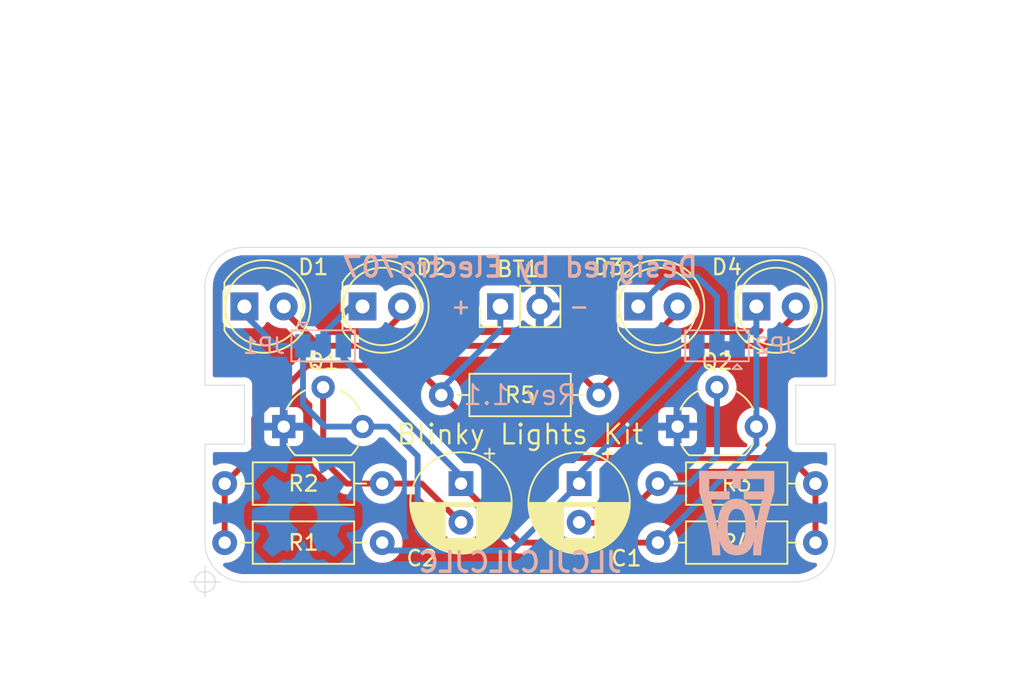
<source format=kicad_pcb>
(kicad_pcb (version 20211014) (generator pcbnew)
  (layers (0 "F.Cu" signal) (31 "B.Cu" signal) (34 "B.Paste" user) (35 "F.Paste" user) (36 "B.SilkS" user "B.Silkscreen") (37 "F.SilkS" user "F.Silkscreen") (38 "B.Mask" user) (39 "F.Mask" user) (44 "Edge.Cuts" user))
  (net 0 "")
  (net 1 "GND")
  (net 2 "VCC")
  (net 3 "C1")
  (net 4 "C2")
  (net 5 "Net-(D1-Pad2)")
  (net 6 "Net-(D2-Pad1)")
  (net 7 "Net-(D3-Pad1)")
  (net 8 "Net-(C1-Pad2)")
  (net 9 "Net-(C2-Pad2)")
  (footprint "Connector_PinHeader_2.54mm:PinHeader_1x02_P2.54mm_Vertical" (layer "F.Cu") (at 157.48 81.28 90)
    (fp_text reference "BT1" (at 2.413 1.143 180) (layer "F.SilkS"))
    (fp_text value "Battery")
    (pad "1" thru_hole rect locked (at 0 0 90) (size 1.7 1.7) (drill 1) (layers *.Cu *.Mask) (net 2 "VCC"))
    (pad "2" thru_hole oval locked (at 0 2.54 90) (size 1.7 1.7) (drill 1) (layers *.Cu *.Mask) (net 1 "GND"))
  )
  (footprint "LED_THT:LED_D5.0mm" (layer "F.Cu") (at 140.97 81.28)
    (fp_text reference "D1" (at 4.445 -2.54) (layer "F.SilkS"))
    (fp_text value "LED")
    (pad "1" thru_hole rect locked (at 0 0) (size 1.8 1.8) (drill 0.9) (layers *.Cu *.Mask) (net 3 "C1"))
    (pad "2" thru_hole circle locked (at 2.54 0) (size 1.8 1.8) (drill 0.9) (layers *.Cu *.Mask) (net 5 "Net-(D1-Pad2)"))
  )
  (footprint "LED_THT:LED_D5.0mm" (layer "F.Cu") (at 148.59 81.28)
    (fp_text reference "D2" (at 4.445 -2.54) (layer "F.SilkS"))
    (fp_text value "LED")
    (pad "1" thru_hole rect locked (at 0 0) (size 1.8 1.8) (drill 0.9) (layers *.Cu *.Mask) (net 6 "Net-(D2-Pad1)"))
    (pad "2" thru_hole circle locked (at 2.54 0) (size 1.8 1.8) (drill 0.9) (layers *.Cu *.Mask) (net 5 "Net-(D1-Pad2)"))
  )
  (footprint "LED_THT:LED_D5.0mm" (layer "F.Cu") (at 166.37 81.28)
    (fp_text reference "D3" (at -1.905 -2.54) (layer "F.SilkS"))
    (fp_text value "LED")
    (pad "1" thru_hole rect locked (at 0 0) (size 1.8 1.8) (drill 0.9) (layers *.Cu *.Mask) (net 7 "Net-(D3-Pad1)"))
    (pad "2" thru_hole circle locked (at 2.54 0) (size 1.8 1.8) (drill 0.9) (layers *.Cu *.Mask) (net 5 "Net-(D1-Pad2)"))
  )
  (footprint "Resistor_THT:R_Axial_DIN0207_L6.3mm_D2.5mm_P10.16mm_Horizontal" (layer "F.Cu") (at 139.7 96.52)
    (fp_text reference "R1" (at 5.08 0) (layer "F.SilkS"))
    (fp_text value "270")
    (pad "1" thru_hole circle locked (at 0 0) (size 1.6 1.6) (drill 0.8) (layers *.Cu *.Mask) (net 2 "VCC"))
    (pad "2" thru_hole oval locked (at 10.16 0) (size 1.6 1.6) (drill 0.8) (layers *.Cu *.Mask) (net 3 "C1"))
  )
  (footprint "Resistor_THT:R_Axial_DIN0207_L6.3mm_D2.5mm_P10.16mm_Horizontal" (layer "F.Cu") (at 139.7 92.71)
    (fp_text reference "R2" (at 5.08 0) (layer "F.SilkS"))
    (fp_text value "10k")
    (pad "1" thru_hole circle locked (at 0 0) (size 1.6 1.6) (drill 0.8) (layers *.Cu *.Mask) (net 2 "VCC"))
    (pad "2" thru_hole oval locked (at 10.16 0) (size 1.6 1.6) (drill 0.8) (layers *.Cu *.Mask) (net 9 "Net-(C2-Pad2)"))
  )
  (footprint "Resistor_THT:R_Axial_DIN0207_L6.3mm_D2.5mm_P10.16mm_Horizontal" (layer "F.Cu") (at 177.8 92.71 180)
    (fp_text reference "R3" (at 5.08 0) (layer "F.SilkS"))
    (fp_text value "10k")
    (pad "1" thru_hole circle locked (at 0 0 180) (size 1.6 1.6) (drill 0.8) (layers *.Cu *.Mask) (net 2 "VCC"))
    (pad "2" thru_hole oval locked (at 10.16 0 180) (size 1.6 1.6) (drill 0.8) (layers *.Cu *.Mask) (net 8 "Net-(C1-Pad2)"))
  )
  (footprint "Resistor_THT:R_Axial_DIN0207_L6.3mm_D2.5mm_P10.16mm_Horizontal" (layer "F.Cu") (at 177.8 96.52 180)
    (fp_text reference "R4" (at 5.08 0) (layer "F.SilkS"))
    (fp_text value "270")
    (pad "1" thru_hole circle locked (at 0 0 180) (size 1.6 1.6) (drill 0.8) (layers *.Cu *.Mask) (net 2 "VCC"))
    (pad "2" thru_hole oval locked (at 10.16 0 180) (size 1.6 1.6) (drill 0.8) (layers *.Cu *.Mask) (net 4 "C2"))
  )
  (footprint "Resistor_THT:R_Axial_DIN0207_L6.3mm_D2.5mm_P10.16mm_Horizontal" (layer "F.Cu") (at 153.67 86.995)
    (fp_text reference "R5" (at 5.08 0) (layer "F.SilkS"))
    (fp_text value "1k")
    (pad "1" thru_hole circle locked (at 0 0) (size 1.6 1.6) (drill 0.8) (layers *.Cu *.Mask) (net 2 "VCC"))
    (pad "2" thru_hole oval locked (at 10.16 0) (size 1.6 1.6) (drill 0.8) (layers *.Cu *.Mask) (net 5 "Net-(D1-Pad2)"))
  )
  (footprint "LED_THT:LED_D5.0mm" (layer "F.Cu") (at 173.99 81.28)
    (fp_text reference "D4" (at -1.905 -2.54) (layer "F.SilkS"))
    (fp_text value "LED")
    (pad "1" thru_hole rect locked (at 0 0) (size 1.8 1.8) (drill 0.9) (layers *.Cu *.Mask) (net 4 "C2"))
    (pad "2" thru_hole circle locked (at 2.54 0) (size 1.8 1.8) (drill 0.9) (layers *.Cu *.Mask) (net 5 "Net-(D1-Pad2)"))
  )
  (footprint "Capacitor_THT:CP_Radial_D6.3mm_P2.50mm" (layer "F.Cu") (at 154.94 92.71 -90)
    (fp_text reference "C2" (at 4.826 2.54 180) (layer "F.SilkS"))
    (fp_text value "100uF")
    (pad "1" thru_hole rect locked (at 0 0 270) (size 1.6 1.6) (drill 0.8) (layers *.Cu *.Mask) (net 4 "C2"))
    (pad "2" thru_hole circle locked (at 2.5 0 270) (size 1.6 1.6) (drill 0.8) (layers *.Cu *.Mask) (net 9 "Net-(C2-Pad2)"))
  )
  (footprint "Capacitor_THT:CP_Radial_D6.3mm_P2.50mm" (layer "F.Cu") (at 162.56 92.71 -90)
    (fp_text reference "C1" (at 4.826 -3.048 180) (layer "F.SilkS"))
    (fp_text value "100uF")
    (pad "1" thru_hole rect locked (at 0 0 270) (size 1.6 1.6) (drill 0.8) (layers *.Cu *.Mask) (net 3 "C1"))
    (pad "2" thru_hole circle locked (at 2.5 0 270) (size 1.6 1.6) (drill 0.8) (layers *.Cu *.Mask) (net 8 "Net-(C1-Pad2)"))
  )
  (footprint "Package_TO_SOT_THT:TO-92_Wide" (layer "F.Cu") (at 143.51 89.035)
    (fp_text reference "Q1" (at 2.55 -4.19) (layer "F.SilkS"))
    (fp_text value "2N3904")
    (pad "1" thru_hole rect (at 0 0) (size 1.5 1.5) (drill 0.8) (layers *.Cu *.Mask) (net 1 "GND"))
    (pad "2" thru_hole circle (at 2.54 -2.54) (size 1.5 1.5) (drill 0.8) (layers *.Cu *.Mask) (net 9 "Net-(C2-Pad2)"))
    (pad "3" thru_hole circle (at 5.08 0) (size 1.5 1.5) (drill 0.8) (layers *.Cu *.Mask) (net 3 "C1"))
  )
  (footprint "Package_TO_SOT_THT:TO-92_Wide" (layer "F.Cu") (at 168.91 89.035)
    (fp_text reference "Q2" (at 2.55 -4.19) (layer "F.SilkS"))
    (fp_text value "2N3904")
    (pad "1" thru_hole rect (at 0 0) (size 1.5 1.5) (drill 0.8) (layers *.Cu *.Mask) (net 1 "GND"))
    (pad "2" thru_hole circle (at 2.54 -2.54) (size 1.5 1.5) (drill 0.8) (layers *.Cu *.Mask) (net 8 "Net-(C1-Pad2)"))
    (pad "3" thru_hole circle (at 5.08 0) (size 1.5 1.5) (drill 0.8) (layers *.Cu *.Mask) (net 4 "C2"))
  )
  (footprint "Jumper:SolderJumper-3_P1.3mm_Bridged12_Pad1.0x1.5mm" (layer "B.Cu") (at 146.05 83.82)
    (fp_text reference "JP1" (at -3.81 0) (layer "B.SilkS") (effects (justify mirror)))
    (fp_text value "SolderJumper_3_Bridged12")
    (fp_poly (pts (xy -0.9 0.3) (xy -0.4 0.3) (xy -0.4 -0.3) (xy -0.9 -0.3)) (layer "B.Cu") (width 0) (fill solid))
    (pad "1" smd rect locked (at -1.3 0) (size 1 1.5) (layers "B.Cu" "B.Mask") (net 3 "C1"))
    (pad "2" smd rect locked (at 0 0) (size 1 1.5) (layers "B.Cu" "B.Mask") (net 6 "Net-(D2-Pad1)"))
    (pad "3" smd rect locked (at 1.3 0) (size 1 1.5) (layers "B.Cu" "B.Mask") (net 4 "C2"))
  )
  (footprint "Jumper:SolderJumper-3_P1.3mm_Bridged12_Pad1.0x1.5mm" (layer "B.Cu") (at 171.45 83.82 180)
    (fp_text reference "JP2" (at -3.78 0) (layer "B.SilkS") (effects (justify mirror)))
    (fp_text value "SolderJumper_3_Bridged12")
    (fp_poly (pts (xy -0.9 0.3) (xy -0.4 0.3) (xy -0.4 -0.3) (xy -0.9 -0.3)) (layer "B.Cu") (width 0) (fill solid))
    (pad "1" smd rect locked (at -1.3 0 180) (size 1 1.5) (layers "B.Cu" "B.Mask") (net 4 "C2"))
    (pad "2" smd rect locked (at 0 0 180) (size 1 1.5) (layers "B.Cu" "B.Mask") (net 7 "Net-(D3-Pad1)"))
    (pad "3" smd rect locked (at 1.3 0 180) (size 1 1.5) (layers "B.Cu" "B.Mask") (net 3 "C1"))
  )
  (footprint "Logo:OSHW-Symbol_6.7x6mm_Copper_Mask" (layer "B.Cu") (at 144.78 94.488 180)
    (fp_text reference "REF**" hide)
    (fp_text value "OSHW-Symbol_6.7x6mm_Copper_Mask" hide)
    (fp_poly (pts (xy 0.555814 2.531069) (xy 0.639635 2.086445) (xy 0.94892 1.958947) (xy 1.258206 1.831449) (xy 1.629246 2.083754) (xy 1.733157 2.154004) (xy 1.827087 2.216728) (xy 1.906652 2.269062) (xy 1.96747 2.308143) (xy 2.005157 2.331107) (xy 2.015421 2.336058) (xy 2.03391 2.323324) (xy 2.07342 2.288118) (xy 2.129522 2.234938) (xy 2.197787 2.168282) (xy 2.273786 2.092646) (xy 2.353092 2.012528) (xy 2.431275 1.932426) (xy 2.503907 1.856836) (xy 2.566559 1.790255) (xy 2.614803 1.737182) (xy 2.64421 1.702113) (xy 2.651241 1.690377) (xy 2.641123 1.66874) (xy 2.612759 1.621338) (xy 2.569129 1.552807) (xy 2.513218 1.467785) (xy 2.448006 1.370907) (xy 2.410219 1.31565) (xy 2.341343 1.214752) (xy 2.28014 1.123701) (xy 2.229578 1.04703) (xy 2.192628 0.989272) (xy 2.172258 0.954957) (xy 2.169197 0.947746) (xy 2.176136 0.927252) (xy 2.195051 0.879487) (xy 2.223087 0.811168) (xy 2.257391 0.729011) (xy 2.295109 0.63973) (xy 2.333387 0.550042) (xy 2.36937 0.466662) (xy 2.400206 0.396306) (xy 2.423039 0.34569) (xy 2.435017 0.321529) (xy 2.435724 0.320578) (xy 2.454531 0.315964) (xy 2.504618 0.305672) (xy 2.580793 0.290713) (xy 2.677865 0.272099) (xy 2.790643 0.250841) (xy 2.856442 0.238582) (xy 2.97695 0.215638) (xy 3.085797 0.193805) (xy 3.177476 0.174278) (xy 3.246481 0.158252) (xy 3.287304 0.146921) (xy 3.295511 0.143326) (xy 3.303548 0.118994) (xy 3.310033 0.064041) (xy 3.31497 -0.015108) (xy 3.318364 -0.112026) (xy 3.320218 -0.220287) (xy 3.320538 -0.333465) (xy 3.319327 -0.445135) (xy 3.31659 -0.548868) (xy 3.312331 -0.638241) (xy 3.306555 -0.706826) (xy 3.299267 -0.748197) (xy 3.294895 -0.75681) (xy 3.268764 -0.767133) (xy 3.213393 -0.781892) (xy 3.136107 -0.799352) (xy 3.04423 -0.81778) (xy 3.012158 -0.823741) (xy 2.857524 -0.852066) (xy 2.735375 -0.874876) (xy 2.641673 -0.89308) (xy 2.572384 -0.907583) (xy 2.523471 -0.919292) (xy 2.490897 -0.929115) (xy 2.470628 -0.937956) (xy 2.458626 -0.946724) (xy 2.456947 -0.948457) (xy 2.440184 -0.976371) (xy 2.414614 -1.030695) (xy 2.382788 -1.104777) (xy 2.34726 -1.191965) (xy 2.310583 -1.285608) (xy 2.275311 -1.379052) (xy 2.243996 -1.465647) (xy 2.219193 -1.53874) (xy 2.203454 -1.591678) (xy 2.199332 -1.617811) (xy 2.199676 -1.618726) (xy 2.213641 -1.640086) (xy 2.245322 -1.687084) (xy 2.291391 -1.754827) (xy 2.348518 -1.838423) (xy 2.413373 -1.932982) (xy 2.431843 -1.959854) (xy 2.497699 -2.057275) (xy 2.55565 -2.146163) (xy 2.602538 -2.221412) (xy 2.635207 -2.27792) (xy 2.6505 -2.310581) (xy 2.651241 -2.314593) (xy 2.638392 -2.335684) (xy 2.602888 -2.377464) (xy 2.549293 -2.435445) (xy 2.482171 -2.505135) (xy 2.406087 -2.582045) (xy 2.325604 -2.661683) (xy 2.245287 -2.739561) (xy 2.169699 -2.811186) (xy 2.103405 -2.87207) (xy 2.050969 -2.917721) (xy 2.016955 -2.94365) (xy 2.007545 -2.947883) (xy 1.985643 -2.937912) (xy 1.9408 -2.91102) (xy 1.880321 -2.871736) (xy 1.833789 -2.840117) (xy 1.749475 -2.782098) (xy 1.649626 -2.713784) (xy 1.549473 -2.645579) (xy 1.495627 -2.609075) (xy 1.313371 -2.4858) (xy 1.160381 -2.56852) (xy 1.090682 -2.604759) (xy 1.031414 -2.632926) (xy 0.991311 -2.648991) (xy 0.981103 -2.651226) (xy 0.968829 -2.634722) (xy 0.944613 -2.588082) (xy 0.910263 -2.515609) (xy 0.867588 -2.421606) (xy 0.818394 -2.310374) (xy 0.76449 -2.186215) (xy 0.707684 -2.053432) (xy 0.649782 -1.916327) (xy 0.592593 -1.779202) (xy 0.537924 -1.646358) (xy 0.487584 -1.522098) (xy 0.44338 -1.410725) (xy 0.407119 -1.316539) (xy 0.380609 -1.243844) (xy 0.365658 -1.196941) (xy 0.363254 -1.180833) (xy 0.382311 -1.160286) (xy 0.424036 -1.126933) (xy 0.479706 -1.087702) (xy 0.484378 -1.084599) (xy 0.628264 -0.969423) (xy 0.744283 -0.835053) (xy 0.83143 -0.685784) (xy 0.888699 -0.525913) (xy 0.915086 -0.359737) (xy 0.909585 -0.191552) (xy 0.87119 -0.025655) (xy 0.798895 0.133658) (xy 0.777626 0.168513) (xy 0.666996 0.309263) (xy 0.536302 0.422286) (xy 0.390064 0.506997) (xy 0.232808 0.562806) (xy 0.069057 0.589126) (xy -0.096667 0.58537) (xy -0.259838 0.55095) (xy -0.415935 0.485277) (xy -0.560433 0.387765) (xy -0.605131 0.348187) (xy -0.718888 0.224297) (xy -0.801782 0.093876) (xy -0.858644 -0.052315) (xy -0.890313 -0.197088) (xy -0.898131 -0.35986) (xy -0.872062 -0.52344) (xy -0.814755 -0.682298) (xy -0.728856 -0.830906) (xy -0.617014 -0.963735) (xy -0.481877 -1.075256) (xy -0.464117 -1.087011) (xy -0.40785 -1.125508) (xy -0.365077 -1.158863) (xy -0.344628 -1.18016) (xy -0.344331 -1.180833) (xy -0.348721 -1.203871) (xy -0.366124 -1.256157) (xy -0.394732 -1.33339) (xy -0.432735 -1.431268) (xy -0.478326 -1.545491) (xy -0.529697 -1.671758) (xy -0.585038 -1.805767) (xy -0.642542 -1.943218) (xy -0.700399 -2.079808) (xy -0.756802 -2.211237) (xy -0.809942 -2.333205) (xy -0.85801 -2.441409) (xy -0.899199 -2.531549) (xy -0.931699 -2.599323) (xy -0.953703 -2.64043) (xy -0.962564 -2.651226) (xy -0.98964 -2.642819) (xy -1.040303 -2.620272) (xy -1.105817 -2.587613) (xy -1.141841 -2.56852) (xy -1.294832 -2.4858) (xy -1.477088 -2.609075) (xy -1.570125 -2.672228) (xy -1.671985 -2.741727) (xy -1.767438 -2.807165) (xy -1.81525 -2.840117) (xy -1.882495 -2.885273) (xy -1.939436 -2.921057) (xy -1.978646 -2.942938) (xy -1.991381 -2.947563) (xy -2.009917 -2.935085) (xy -2.050941 -2.900252) (xy -2.110475 -2.846678) (xy -2.184542 -2.777983) (xy -2.269165 -2.697781) (xy -2.322685 -2.646286) (xy -2.416319 -2.554286) (xy -2.497241 -2.471999) (xy -2.562177 -2.402945) (xy -2.607858 -2.350644) (xy -2.631011 -2.318616) (xy -2.633232 -2.312116) (xy -2.622924 -2.287394) (xy -2.594439 -2.237405) (xy -2.550937 -2.167212) (xy -2.495577 -2.081875) (xy -2.43152 -1.986456) (xy -2.413303 -1.959854) (xy -2.346927 -1.863167) (xy -2.287378 -1.776117) (xy -2.237984 -1.703595) (xy -2.202075 -1.650493) (xy -2.182981 -1.621703) (xy -2.181136 -1.618726) (xy -2.183895 -1.595782) (xy -2.198538 -1.545336) (xy -2.222513 -1.474041) (xy -2.253266 -1.388547) (xy -2.288244 -1.295507) (xy -2.324893 -1.201574) (xy -2.360661 -1.113399) (xy -2.392994 -1.037634) (xy -2.419338 -0.980931) (xy -2.437142 -0.949943) (xy -2.438407 -0.948457) (xy -2.449294 -0.939601) (xy -2.467682 -0.930843) (xy -2.497606 -0.921277) (xy -2.543103 -0.909996) (xy -2.608209 -0.896093) (xy -2.696961 -0.878663) (xy -2.813393 -0.856798) (xy -2.961542 -0.829591) (xy -2.993618 -0.823741) (xy -3.088686 -0.805374) (xy -3.171565 -0.787405) (xy -3.23493 -0.771569) (xy -3.271458 -0.7596) (xy -3.276356 -0.75681) (xy -3.284427 -0.732072) (xy -3.290987 -0.67679) (xy -3.296033 -0.597389) (xy -3.299559 -0.500296) (xy -3.301561 -0.391938) (xy -3.302036 -0.27874) (xy -3.300977 -0.167128) (xy -3.298382 -0.063529) (xy -3.294246 0.025632) (xy -3.288563 0.093928) (xy -3.281331 0.134934) (xy -3.276971 0.143326) (xy -3.252698 0.151792) (xy -3.197426 0.165565) (xy -3.116662 0.18345) (xy -3.015912 0.204252) (xy -2.900683 0.226777) (xy -2.837902 0.238582) (xy -2.718787 0.260849) (xy -2.612565 0.281021) (xy -2.524427 0.298085) (xy -2.459566 0.311031) (xy -2.423174 0.318845) (xy -2.417184 0.320578) (xy -2.407061 0.34011) (xy -2.385662 0.387157) (xy -2.355839 0.454997) (xy -2.320445 0.536909) (xy -2.282332 0.626172) (xy -2.244353 0.716065) (xy -2.20936 0.799865) (xy -2.180206 0.870853) (xy -2.159743 0.922306) (xy -2.150823 0.947503) (xy -2.150657 0.948604) (xy -2.160769 0.968481) (xy -2.189117 1.014223) (xy -2.232723 1.081283) (xy -2.288606 1.165116) (xy -2.353787 1.261174) (xy -2.391679 1.31635) (xy -2.460725 1.417519) (xy -2.52205 1.50937) (xy -2.572663 1.587256) (xy -2.609571 1.646531) (xy -2.629782 1.682549) (xy -2.632701 1.690623) (xy -2.620153 1.709416) (xy -2.585463 1.749543) (xy -2.533063 1.806507) (xy -2.467384 1.875815) (xy -2.392856 1.952969) (xy -2.313913 2.033475) (xy -2.234983 2.112837) (xy -2.1605 2.18656) (xy -2.094894 2.250148) (xy -2.042596 2.299106) (xy -2.008039 2.328939) (xy -1.996478 2.336058) (xy -1.977654 2.326047) (xy -1.932631 2.297922) (xy -1.865787 2.254546) (xy -1.781499 2.198782) (xy -1.684144 2.133494) (xy -1.610707 2.083754) (xy -1.239667 1.831449) (xy -0.621095 2.086445) (xy -0.537275 2.531069) (xy -0.453454 2.975693) (xy 0.471994 2.975693) (xy 0.555814 2.531069)) (layer "B.Cu") (width 0.01) (fill solid))
  )
  (footprint "Logo:new_707_logo_6x6.6" (layer "B.Cu") (at 172.72 94.615 180)
    (fp_text reference "G***" hide)
    (fp_text value "LOGO" hide)
  )
  (gr_line (start 179.07 90.17) (end 179.07 96.52) (layer "Edge.Cuts") (width 0.05))
  (gr_line (start 138.43 86.36) (end 138.43 80.01) (layer "Edge.Cuts") (width 0.05))
  (gr_line (start 138.43 96.52) (end 138.43 90.17) (layer "Edge.Cuts") (width 0.05))
  (gr_line (start 140.97 90.17) (end 140.97 86.36) (layer "Edge.Cuts") (width 0.05))
  (gr_arc (start 176.53 77.47) (mid 178.326051 78.213949) (end 179.07 80.01) (layer "Edge.Cuts") (width 0.05))
  (gr_line (start 176.53 86.36) (end 176.53 90.17) (layer "Edge.Cuts") (width 0.05))
  (gr_line (start 179.07 80.01) (end 179.07 86.36) (layer "Edge.Cuts") (width 0.05))
  (gr_arc (start 140.97 99.06) (mid 139.173949 98.316051) (end 138.43 96.52) (layer "Edge.Cuts") (width 0.05))
  (gr_arc (start 179.07 96.52) (mid 178.326051 98.316051) (end 176.53 99.06) (layer "Edge.Cuts") (width 0.05))
  (gr_line (start 176.53 90.17) (end 179.07 90.17) (layer "Edge.Cuts") (width 0.05))
  (gr_line (start 140.97 77.47) (end 176.53 77.47) (layer "Edge.Cuts") (width 0.05))
  (gr_line (start 140.97 86.36) (end 138.43 86.36) (layer "Edge.Cuts") (width 0.05))
  (gr_line (start 138.43 90.17) (end 140.97 90.17) (layer "Edge.Cuts") (width 0.05))
  (gr_line (start 176.53 99.06) (end 140.97 99.06) (layer "Edge.Cuts") (width 0.05))
  (gr_line (start 179.07 86.36) (end 176.53 86.36) (layer "Edge.Cuts") (width 0.05))
  (gr_arc (start 138.43 80.01) (mid 139.173949 78.213949) (end 140.97 77.47) (layer "Edge.Cuts") (width 0.05))
  (gr_text "+" (at 154.94 81.28) (layer "B.SilkS") (effects (font (size 1 1))))
  (gr_text "-" (at 162.56 81.28) (layer "B.SilkS") (effects (font (size 1 1))))
  (gr_text "Designed by Electro707" (at 158.75 78.74) (layer "B.SilkS") (effects (font (size 1.27 1.27) (thickness 0.2286)) (justify mirror)))
  (gr_text "Rev 1.1" (at 158.75 86.995) (layer "B.SilkS") (effects (font (size 1.27 1.27) (thickness 0.1524)) (justify mirror)))
  (gr_text "JLCJLCJLCJLC" (at 158.75 97.79) (layer "B.SilkS") (effects (font (size 1.27 1.27) (thickness 0.2286)) (justify mirror)))
  (gr_text "+" (at 154.94 81.28) (layer "F.SilkS") (effects (font (size 1 1))))
  (gr_text "Blinky Lights Kit" (at 158.75 89.535) (layer "F.SilkS") (effects (font (size 1.27 1.27) (thickness 0.1524))))
  (gr_text "-" (at 162.56 81.28) (layer "F.SilkS") (effects (font (size 1 1))))
  (target plus (at 138.43 99.06) (size 2) (width 0.05) (layer "Edge.Cuts"))
  (segment (start 177.8 92.71) (end 177.8 96.52) (width 0.381) (layer "F.Cu") (net 2))
  (segment (start 139.7 96.52) (end 139.7 92.71) (width 0.381) (layer "F.Cu") (net 2))
  (segment (start 141.605 88.519) (end 145.034 85.09) (width 0.381) (layer "F.Cu") (net 2))
  (segment (start 139.7 92.71) (end 141.605 90.805) (width 0.381) (layer "F.Cu") (net 2))
  (segment (start 145.034 85.09) (end 151.892 85.09) (width 0.381) (layer "F.Cu") (net 2))
  (segment (start 176.149 91.059) (end 177.8 92.71) (width 0.381) (layer "F.Cu") (net 2))
  (segment (start 157.861 91.059) (end 176.149 91.059) (width 0.381) (layer "F.Cu") (net 2))
  (segment (start 151.892 85.09) (end 157.861 91.059) (width 0.381) (layer "F.Cu") (net 2))
  (segment (start 141.605 90.805) (end 141.605 88.519) (width 0.381) (layer "F.Cu") (net 2))
  (segment (start 153.924 86.36) (end 153.67 86.36) (width 0.381) (layer "B.Cu") (net 2))
  (segment (start 157.48 82.804) (end 153.924 86.36) (width 0.381) (layer "B.Cu") (net 2))
  (segment (start 157.48 81.28) (end 157.48 82.804) (width 0.381) (layer "B.Cu") (net 2))
  (segment (start 143.002 83.82) (end 140.97 81.788) (width 0.381) (layer "B.Cu") (net 3))
  (segment (start 162.56 92.075) (end 162.56 92.71) (width 0.381) (layer "B.Cu") (net 3))
  (segment (start 146.185 89.035) (end 144.75 87.6) (width 0.381) (layer "B.Cu") (net 3))
  (segment (start 144.75 87.6) (end 144.75 83.82) (width 0.381) (layer "B.Cu") (net 3))
  (segment (start 152.146 95.758) (end 153.416 97.028) (width 0.381) (layer "B.Cu") (net 3))
  (segment (start 144.75 83.82) (end 143.002 83.82) (width 0.381) (layer "B.Cu") (net 3))
  (segment (start 158.242 97.028) (end 153.416 97.028) (width 0.381) (layer "B.Cu") (net 3))
  (segment (start 148.59 89.035) (end 150.249 89.035) (width 0.381) (layer "B.Cu") (net 3))
  (segment (start 148.59 89.035) (end 146.185 89.035) (width 0.381) (layer "B.Cu") (net 3))
  (segment (start 152.146 90.932) (end 152.146 95.758) (width 0.381) (layer "B.Cu") (net 3))
  (segment (start 150.249 89.035) (end 152.146 90.932) (width 0.381) (layer "B.Cu") (net 3))
  (segment (start 153.416 97.028) (end 150.368 97.028) (width 0.381) (layer "B.Cu") (net 3))
  (segment (start 150.368 97.028) (end 149.86 96.52) (width 0.381) (layer "B.Cu") (net 3))
  (segment (start 170.18 84.455) (end 162.56 92.075) (width 0.381) (layer "B.Cu") (net 3))
  (segment (start 140.97 81.788) (end 140.97 81.28) (width 0.381) (layer "B.Cu") (net 3))
  (segment (start 162.56 92.71) (end 158.242 97.028) (width 0.381) (layer "B.Cu") (net 3))
  (segment (start 154.94 92.75) (end 158.71 96.52) (width 0.381) (layer "F.Cu") (net 4))
  (segment (start 158.71 96.52) (end 167.64 96.52) (width 0.381) (layer "F.Cu") (net 4))
  (segment (start 172.75 83.82) (end 173.99 82.58) (width 0.381) (layer "B.Cu") (net 4))
  (segment (start 173.99 82.58) (end 173.99 82.55) (width 0.381) (layer "B.Cu") (net 4))
  (segment (start 167.64 96.52) (end 173.99 90.17) (width 0.381) (layer "B.Cu") (net 4))
  (segment (start 147.35 84.612) (end 154.94 92.202) (width 0.381) (layer "B.Cu") (net 4))
  (segment (start 173.99 82.55) (end 173.99 81.28) (width 0.381) (layer "B.Cu") (net 4))
  (segment (start 173.99 90.17) (end 173.99 82.55) (width 0.381) (layer "B.Cu") (net 4))
  (segment (start 147.35 84.455) (end 147.35 84.612) (width 0.381) (layer "B.Cu") (net 4))
  (segment (start 154.94 92.202) (end 154.94 92.75) (width 0.381) (layer "B.Cu") (net 4))
  (segment (start 160.782 83.82) (end 163.7665 86.8045) (width 0.381) (layer "F.Cu") (net 5))
  (segment (start 145.796 83.82) (end 160.782 83.82) (width 0.381) (layer "F.Cu") (net 5))
  (segment (start 143.51 81.28) (end 143.51 81.534) (width 0.381) (layer "F.Cu") (net 5))
  (segment (start 174.498 83.82) (end 166.751 83.82) (width 0.381) (layer "F.Cu") (net 5))
  (segment (start 164.973 85.598) (end 168.91 81.661) (width 0.381) (layer "F.Cu") (net 5))
  (segment (start 168.91 81.661) (end 168.91 81.28) (width 0.381) (layer "F.Cu") (net 5))
  (segment (start 149.098 83.82) (end 151.13 81.788) (width 0.381) (layer "F.Cu") (net 5))
  (segment (start 166.751 83.82) (end 164.973 85.598) (width 0.381) (layer "F.Cu") (net 5))
  (segment (start 148.082 83.82) (end 149.098 83.82) (width 0.381) (layer "F.Cu") (net 5))
  (segment (start 151.13 81.788) (end 151.13 81.28) (width 0.381) (layer "F.Cu") (net 5))
  (segment (start 143.51 81.534) (end 145.796 83.82) (width 0.381) (layer "F.Cu") (net 5))
  (segment (start 176.53 81.788) (end 174.498 83.82) (width 0.381) (layer "F.Cu") (net 5))
  (segment (start 176.53 81.28) (end 176.53 81.788) (width 0.381) (layer "F.Cu") (net 5))
  (segment (start 163.7665 86.8045) (end 164.973 85.598) (width 0.381) (layer "F.Cu") (net 5))
  (segment (start 146.05 84.455) (end 146.05 83.058) (width 0.381) (layer "B.Cu") (net 6))
  (segment (start 146.05 83.058) (end 147.828 81.28) (width 0.381) (layer "B.Cu") (net 6))
  (segment (start 147.828 81.28) (end 148.59 81.28) (width 0.381) (layer "B.Cu") (net 6))
  (segment (start 170.18 79.375) (end 168.275 79.375) (width 0.381) (layer "B.Cu") (net 7))
  (segment (start 171.45 80.645) (end 170.18 79.375) (width 0.381) (layer "B.Cu") (net 7))
  (segment (start 168.275 79.375) (end 166.37 81.28) (width 0.381) (layer "B.Cu") (net 7))
  (segment (start 171.45 83.82) (end 171.45 80.645) (width 0.381) (layer "B.Cu") (net 7))
  (segment (start 165.1 95.25) (end 162.56 95.25) (width 0.381) (layer "F.Cu") (net 8))
  (segment (start 167.64 92.71) (end 165.1 95.25) (width 0.381) (layer "F.Cu") (net 8))
  (segment (start 169.672 92.71) (end 171.45 90.932) (width 0.381) (layer "B.Cu") (net 8))
  (segment (start 167.64 92.71) (end 169.672 92.71) (width 0.381) (layer "B.Cu") (net 8))
  (segment (start 171.45 90.932) (end 171.45 86.495) (width 0.381) (layer "B.Cu") (net 8))
  (segment (start 152.4 92.71) (end 154.94 95.25) (width 0.381) (layer "F.Cu") (net 9))
  (segment (start 149.86 92.71) (end 152.4 92.71) (width 0.381) (layer "F.Cu") (net 9))
  (segment (start 147.574 92.71) (end 146.05 91.186) (width 0.381) (layer "F.Cu") (net 9))
  (segment (start 146.05 91.186) (end 146.05 86.495) (width 0.381) (layer "F.Cu") (net 9))
  (segment (start 149.86 92.71) (end 147.574 92.71) (width 0.381) (layer "F.Cu") (net 9))
  (zone (net 1) (net_name "GND") (layer "F.Cu") (connect_pads (clearance 0.508)) (min_thickness 0.254) (fill yes (thermal_gap 0.508) (thermal_bridge_width 0.508))
    (polygon (pts (xy 180.34 101.6) (xy 137.16 101.6) (xy 137.16 76.2) (xy 180.34 76.2)))
  )
  (zone (net 1) (net_name "GND") (layer "B.Cu") (connect_pads (clearance 0.508)) (min_thickness 0.254) (fill yes (thermal_gap 0.508) (thermal_bridge_width 0.508))
    (polygon (pts (xy 180.34 101.6) (xy 137.16 101.6) (xy 137.16 76.2) (xy 180.34 76.2)))
  )
)
</source>
